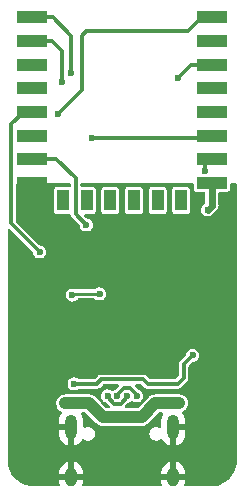
<source format=gbl>
%TF.GenerationSoftware,KiCad,Pcbnew,(6.0.4)*%
%TF.CreationDate,2023-01-26T18:28:49+01:00*%
%TF.ProjectId,hair-01,68616972-2d30-4312-9e6b-696361645f70,rev?*%
%TF.SameCoordinates,Original*%
%TF.FileFunction,Copper,L2,Bot*%
%TF.FilePolarity,Positive*%
%FSLAX46Y46*%
G04 Gerber Fmt 4.6, Leading zero omitted, Abs format (unit mm)*
G04 Created by KiCad (PCBNEW (6.0.4)) date 2023-01-26 18:28:49*
%MOMM*%
%LPD*%
G01*
G04 APERTURE LIST*
%TA.AperFunction,ComponentPad*%
%ADD10O,1.000000X1.600000*%
%TD*%
%TA.AperFunction,ComponentPad*%
%ADD11O,1.000000X2.100000*%
%TD*%
%TA.AperFunction,SMDPad,CuDef*%
%ADD12R,2.500000X1.000000*%
%TD*%
%TA.AperFunction,SMDPad,CuDef*%
%ADD13R,1.000000X1.800000*%
%TD*%
%TA.AperFunction,ViaPad*%
%ADD14C,0.600000*%
%TD*%
%TA.AperFunction,Conductor*%
%ADD15C,0.300000*%
%TD*%
%TA.AperFunction,Conductor*%
%ADD16C,0.600000*%
%TD*%
%TA.AperFunction,Conductor*%
%ADD17C,1.000000*%
%TD*%
%TA.AperFunction,Conductor*%
%ADD18C,0.250000*%
%TD*%
G04 APERTURE END LIST*
D10*
X152910000Y-117600000D03*
X144270000Y-117600000D03*
D11*
X144270000Y-113420000D03*
X152910000Y-113420000D03*
D12*
X156190000Y-78700000D03*
X156190000Y-80700000D03*
X156190000Y-82700000D03*
X156190000Y-84700000D03*
X156190000Y-86700000D03*
X156190000Y-88700000D03*
X156190000Y-90700000D03*
X156190000Y-92700000D03*
D13*
X153590000Y-94200000D03*
X151590000Y-94200000D03*
X149590000Y-94200000D03*
X147590000Y-94200000D03*
X145590000Y-94200000D03*
X143590000Y-94200000D03*
D12*
X140990000Y-92700000D03*
X140990000Y-90700000D03*
X140990000Y-88700000D03*
X140990000Y-86700000D03*
X140990000Y-84700000D03*
X140990000Y-82700000D03*
X140990000Y-80700000D03*
X140990000Y-78700000D03*
D14*
X155829000Y-94996000D03*
X144526000Y-109728000D03*
X154559000Y-107315000D03*
X147574000Y-106934000D03*
X148336000Y-96139000D03*
X147955000Y-103378000D03*
X145796000Y-107315000D03*
X153416000Y-106934000D03*
X149225000Y-103378000D03*
X152146000Y-108331000D03*
X147955000Y-104648000D03*
X157353000Y-93980000D03*
X148336000Y-100711000D03*
X154178000Y-98171000D03*
X151384000Y-107315000D03*
X155575000Y-107442000D03*
X155321000Y-103378000D03*
X141859000Y-95123000D03*
X155575000Y-112649000D03*
X155321000Y-101473000D03*
X157353000Y-97155000D03*
X149225000Y-104648000D03*
X144399000Y-111379000D03*
X143764000Y-111379000D03*
X153416000Y-111379000D03*
X152781000Y-111379000D03*
X147370800Y-110744000D03*
X148996400Y-110744000D03*
X148183600Y-110744000D03*
X149809200Y-110744000D03*
X141605000Y-98552000D03*
X146685000Y-102108000D03*
X144373600Y-102209600D03*
X143129000Y-86868000D03*
X155575000Y-91694000D03*
X153289000Y-83820000D03*
X145542000Y-96266000D03*
X146050000Y-88900000D03*
X143510000Y-84201000D03*
X144272000Y-83439000D03*
D15*
X150749000Y-109728000D02*
X153289000Y-109728000D01*
X146431000Y-109728000D02*
X146812000Y-109347000D01*
X153797000Y-108077000D02*
X154559000Y-107315000D01*
X144526000Y-109728000D02*
X146431000Y-109728000D01*
X153289000Y-109728000D02*
X153797000Y-109220000D01*
X150368000Y-109347000D02*
X150749000Y-109728000D01*
D16*
X156190000Y-94635000D02*
X155829000Y-94996000D01*
D15*
X153797000Y-109220000D02*
X153797000Y-108077000D01*
D16*
X156190000Y-92700000D02*
X156190000Y-94635000D01*
D15*
X146812000Y-109347000D02*
X150368000Y-109347000D01*
D17*
X143764000Y-111379000D02*
X145796000Y-111379000D01*
X150241000Y-112522000D02*
X151384000Y-111379000D01*
X146939000Y-112522000D02*
X150241000Y-112522000D01*
X145796000Y-111379000D02*
X146939000Y-112522000D01*
X151384000Y-111379000D02*
X153416000Y-111379000D01*
D15*
X147370800Y-110849748D02*
X147914563Y-111393511D01*
X148452637Y-111393511D02*
X148996400Y-110849748D01*
X147370800Y-110744000D02*
X147370800Y-110849748D01*
X148996400Y-110849748D02*
X148996400Y-110744000D01*
X147914563Y-111393511D02*
X148452637Y-111393511D01*
X149265437Y-110094489D02*
X148727363Y-110094489D01*
X149809200Y-110744000D02*
X149809200Y-110638252D01*
X148727363Y-110094489D02*
X148183600Y-110638252D01*
X148183600Y-110638252D02*
X148183600Y-110744000D01*
X149809200Y-110638252D02*
X149265437Y-110094489D01*
X140990000Y-86700000D02*
X140249000Y-86700000D01*
X139192000Y-96139000D02*
X141605000Y-98552000D01*
X139192000Y-87757000D02*
X139192000Y-96139000D01*
X140249000Y-86700000D02*
X139192000Y-87757000D01*
D18*
X146685000Y-102108000D02*
X144475200Y-102108000D01*
X144475200Y-102108000D02*
X144373600Y-102209600D01*
D15*
X143129000Y-86868000D02*
X145161000Y-84836000D01*
X145161000Y-80264000D02*
X145542000Y-79883000D01*
X145161000Y-84836000D02*
X145161000Y-80264000D01*
X154178000Y-79883000D02*
X155361000Y-78700000D01*
X155361000Y-78700000D02*
X156190000Y-78700000D01*
X145542000Y-79883000D02*
X154178000Y-79883000D01*
X155575000Y-91059000D02*
X155575000Y-91694000D01*
X155934000Y-90700000D02*
X155575000Y-91059000D01*
X156190000Y-90700000D02*
X155934000Y-90700000D01*
X153289000Y-83820000D02*
X154409000Y-82700000D01*
X154409000Y-82700000D02*
X156190000Y-82700000D01*
X145542000Y-96266000D02*
X144653000Y-95377000D01*
X144653000Y-92329000D02*
X143024000Y-90700000D01*
X143024000Y-90700000D02*
X140990000Y-90700000D01*
X144653000Y-95377000D02*
X144653000Y-92329000D01*
X146050000Y-88900000D02*
X155990000Y-88900000D01*
X155990000Y-88900000D02*
X156190000Y-88700000D01*
X140990000Y-80700000D02*
X142676000Y-80700000D01*
X142676000Y-80700000D02*
X143510000Y-81534000D01*
X143510000Y-81534000D02*
X143510000Y-84201000D01*
X142708000Y-78700000D02*
X140990000Y-78700000D01*
X144272000Y-80264000D02*
X144272000Y-83439000D01*
X144272000Y-80264000D02*
X142708000Y-78700000D01*
%TA.AperFunction,Conductor*%
G36*
X144190621Y-92730002D02*
G01*
X144237114Y-92783658D01*
X144248500Y-92836000D01*
X144248500Y-92920232D01*
X144228498Y-92988353D01*
X144174842Y-93034846D01*
X144115067Y-93044806D01*
X144115067Y-93045500D01*
X143590170Y-93045500D01*
X143064934Y-93045501D01*
X143029182Y-93052612D01*
X143002874Y-93057844D01*
X143002872Y-93057845D01*
X142990699Y-93060266D01*
X142980379Y-93067161D01*
X142980378Y-93067162D01*
X142931500Y-93099822D01*
X142906516Y-93116516D01*
X142850266Y-93200699D01*
X142835500Y-93274933D01*
X142835501Y-95125066D01*
X142850266Y-95199301D01*
X142857161Y-95209620D01*
X142857162Y-95209622D01*
X142866568Y-95223699D01*
X142906516Y-95283484D01*
X142990699Y-95339734D01*
X143064933Y-95354500D01*
X143589787Y-95354500D01*
X144115066Y-95354499D01*
X144117464Y-95354022D01*
X144185936Y-95367006D01*
X144237466Y-95415845D01*
X144246646Y-95441668D01*
X144248500Y-95441066D01*
X144255395Y-95462287D01*
X144260011Y-95481513D01*
X144263502Y-95503555D01*
X144273559Y-95523293D01*
X144273633Y-95523438D01*
X144281199Y-95541704D01*
X144288095Y-95562929D01*
X144293925Y-95570953D01*
X144301216Y-95580989D01*
X144311545Y-95597844D01*
X144321674Y-95617723D01*
X144344462Y-95640511D01*
X144344465Y-95640515D01*
X144954406Y-96250456D01*
X144988432Y-96312768D01*
X144990232Y-96323099D01*
X145001772Y-96410754D01*
X145057645Y-96545642D01*
X145146526Y-96661474D01*
X145153076Y-96666500D01*
X145153079Y-96666503D01*
X145255804Y-96745327D01*
X145262357Y-96750355D01*
X145397246Y-96806228D01*
X145542000Y-96825285D01*
X145550188Y-96824207D01*
X145678566Y-96807306D01*
X145686754Y-96806228D01*
X145821643Y-96750355D01*
X145828196Y-96745327D01*
X145930921Y-96666503D01*
X145930924Y-96666500D01*
X145937474Y-96661474D01*
X146026355Y-96545642D01*
X146082228Y-96410754D01*
X146101285Y-96266000D01*
X146082228Y-96121246D01*
X146026355Y-95986358D01*
X145937474Y-95870526D01*
X145930924Y-95865500D01*
X145930921Y-95865497D01*
X145828196Y-95786673D01*
X145828194Y-95786672D01*
X145821643Y-95781645D01*
X145686754Y-95725772D01*
X145599104Y-95714233D01*
X145534178Y-95685511D01*
X145526456Y-95678406D01*
X145417645Y-95569595D01*
X145383619Y-95507283D01*
X145388684Y-95436468D01*
X145431231Y-95379632D01*
X145497751Y-95354821D01*
X145506740Y-95354500D01*
X146096870Y-95354499D01*
X146115066Y-95354499D01*
X146150818Y-95347388D01*
X146177126Y-95342156D01*
X146177128Y-95342155D01*
X146189301Y-95339734D01*
X146199621Y-95332839D01*
X146199622Y-95332838D01*
X146263168Y-95290377D01*
X146273484Y-95283484D01*
X146315270Y-95220947D01*
X146322839Y-95209620D01*
X146329734Y-95199301D01*
X146344500Y-95125067D01*
X146344499Y-93274934D01*
X146344499Y-93274933D01*
X146835500Y-93274933D01*
X146835501Y-95125066D01*
X146850266Y-95199301D01*
X146857161Y-95209620D01*
X146857162Y-95209622D01*
X146866568Y-95223699D01*
X146906516Y-95283484D01*
X146990699Y-95339734D01*
X147064933Y-95354500D01*
X147589915Y-95354500D01*
X148115066Y-95354499D01*
X148150818Y-95347388D01*
X148177126Y-95342156D01*
X148177128Y-95342155D01*
X148189301Y-95339734D01*
X148199621Y-95332839D01*
X148199622Y-95332838D01*
X148263168Y-95290377D01*
X148273484Y-95283484D01*
X148315270Y-95220947D01*
X148322839Y-95209620D01*
X148329734Y-95199301D01*
X148344500Y-95125067D01*
X148344499Y-93274934D01*
X148344499Y-93274933D01*
X148835500Y-93274933D01*
X148835501Y-95125066D01*
X148850266Y-95199301D01*
X148857161Y-95209620D01*
X148857162Y-95209622D01*
X148866568Y-95223699D01*
X148906516Y-95283484D01*
X148990699Y-95339734D01*
X149064933Y-95354500D01*
X149589915Y-95354500D01*
X150115066Y-95354499D01*
X150150818Y-95347388D01*
X150177126Y-95342156D01*
X150177128Y-95342155D01*
X150189301Y-95339734D01*
X150199621Y-95332839D01*
X150199622Y-95332838D01*
X150263168Y-95290377D01*
X150273484Y-95283484D01*
X150315270Y-95220947D01*
X150322839Y-95209620D01*
X150329734Y-95199301D01*
X150344500Y-95125067D01*
X150344499Y-93274934D01*
X150344499Y-93274933D01*
X150835500Y-93274933D01*
X150835501Y-95125066D01*
X150850266Y-95199301D01*
X150857161Y-95209620D01*
X150857162Y-95209622D01*
X150866568Y-95223699D01*
X150906516Y-95283484D01*
X150990699Y-95339734D01*
X151064933Y-95354500D01*
X151589915Y-95354500D01*
X152115066Y-95354499D01*
X152150818Y-95347388D01*
X152177126Y-95342156D01*
X152177128Y-95342155D01*
X152189301Y-95339734D01*
X152199621Y-95332839D01*
X152199622Y-95332838D01*
X152263168Y-95290377D01*
X152273484Y-95283484D01*
X152315270Y-95220947D01*
X152322839Y-95209620D01*
X152329734Y-95199301D01*
X152344500Y-95125067D01*
X152344499Y-93274934D01*
X152344499Y-93274933D01*
X152835500Y-93274933D01*
X152835501Y-95125066D01*
X152850266Y-95199301D01*
X152857161Y-95209620D01*
X152857162Y-95209622D01*
X152866568Y-95223699D01*
X152906516Y-95283484D01*
X152990699Y-95339734D01*
X153064933Y-95354500D01*
X153589915Y-95354500D01*
X154115066Y-95354499D01*
X154150818Y-95347388D01*
X154177126Y-95342156D01*
X154177128Y-95342155D01*
X154189301Y-95339734D01*
X154199621Y-95332839D01*
X154199622Y-95332838D01*
X154263168Y-95290377D01*
X154273484Y-95283484D01*
X154315270Y-95220947D01*
X154322839Y-95209620D01*
X154329734Y-95199301D01*
X154344500Y-95125067D01*
X154344499Y-93274934D01*
X154334581Y-93225067D01*
X154332156Y-93212874D01*
X154332155Y-93212872D01*
X154329734Y-93200699D01*
X154273484Y-93116516D01*
X154189301Y-93060266D01*
X154115067Y-93045500D01*
X153590085Y-93045500D01*
X153064934Y-93045501D01*
X153029182Y-93052612D01*
X153002874Y-93057844D01*
X153002872Y-93057845D01*
X152990699Y-93060266D01*
X152980379Y-93067161D01*
X152980378Y-93067162D01*
X152931500Y-93099822D01*
X152906516Y-93116516D01*
X152850266Y-93200699D01*
X152835500Y-93274933D01*
X152344499Y-93274933D01*
X152334581Y-93225067D01*
X152332156Y-93212874D01*
X152332155Y-93212872D01*
X152329734Y-93200699D01*
X152273484Y-93116516D01*
X152189301Y-93060266D01*
X152115067Y-93045500D01*
X151590085Y-93045500D01*
X151064934Y-93045501D01*
X151029182Y-93052612D01*
X151002874Y-93057844D01*
X151002872Y-93057845D01*
X150990699Y-93060266D01*
X150980379Y-93067161D01*
X150980378Y-93067162D01*
X150931500Y-93099822D01*
X150906516Y-93116516D01*
X150850266Y-93200699D01*
X150835500Y-93274933D01*
X150344499Y-93274933D01*
X150334581Y-93225067D01*
X150332156Y-93212874D01*
X150332155Y-93212872D01*
X150329734Y-93200699D01*
X150273484Y-93116516D01*
X150189301Y-93060266D01*
X150115067Y-93045500D01*
X149590085Y-93045500D01*
X149064934Y-93045501D01*
X149029182Y-93052612D01*
X149002874Y-93057844D01*
X149002872Y-93057845D01*
X148990699Y-93060266D01*
X148980379Y-93067161D01*
X148980378Y-93067162D01*
X148931500Y-93099822D01*
X148906516Y-93116516D01*
X148850266Y-93200699D01*
X148835500Y-93274933D01*
X148344499Y-93274933D01*
X148334581Y-93225067D01*
X148332156Y-93212874D01*
X148332155Y-93212872D01*
X148329734Y-93200699D01*
X148273484Y-93116516D01*
X148189301Y-93060266D01*
X148115067Y-93045500D01*
X147590085Y-93045500D01*
X147064934Y-93045501D01*
X147029182Y-93052612D01*
X147002874Y-93057844D01*
X147002872Y-93057845D01*
X146990699Y-93060266D01*
X146980379Y-93067161D01*
X146980378Y-93067162D01*
X146931500Y-93099822D01*
X146906516Y-93116516D01*
X146850266Y-93200699D01*
X146835500Y-93274933D01*
X146344499Y-93274933D01*
X146334581Y-93225067D01*
X146332156Y-93212874D01*
X146332155Y-93212872D01*
X146329734Y-93200699D01*
X146273484Y-93116516D01*
X146189301Y-93060266D01*
X146115067Y-93045500D01*
X146062987Y-93045500D01*
X145183500Y-93045501D01*
X145115379Y-93025499D01*
X145068886Y-92971843D01*
X145057500Y-92919501D01*
X145057500Y-92836000D01*
X145077502Y-92767879D01*
X145131158Y-92721386D01*
X145183500Y-92710000D01*
X154559501Y-92710000D01*
X154627622Y-92730002D01*
X154674115Y-92783658D01*
X154685501Y-92835998D01*
X154685501Y-93225066D01*
X154692612Y-93260818D01*
X154695420Y-93274934D01*
X154700266Y-93299301D01*
X154756516Y-93383484D01*
X154840699Y-93439734D01*
X154914933Y-93454500D01*
X155509500Y-93454500D01*
X155577621Y-93474502D01*
X155624114Y-93528158D01*
X155635500Y-93580500D01*
X155635500Y-94353129D01*
X155615498Y-94421250D01*
X155598595Y-94442224D01*
X155468451Y-94572368D01*
X155456060Y-94583235D01*
X155433526Y-94600526D01*
X155411920Y-94628684D01*
X155410951Y-94629868D01*
X155409999Y-94630820D01*
X155407793Y-94633727D01*
X155384431Y-94664505D01*
X155384030Y-94665030D01*
X155347700Y-94712376D01*
X155347699Y-94712379D01*
X155344645Y-94716358D01*
X155344132Y-94717596D01*
X155341370Y-94721235D01*
X155338207Y-94729224D01*
X155314584Y-94788890D01*
X155313867Y-94790661D01*
X155288772Y-94851246D01*
X155288212Y-94855498D01*
X155285444Y-94862490D01*
X155281314Y-94901781D01*
X155278298Y-94930479D01*
X155277912Y-94933738D01*
X155269715Y-94996000D01*
X155270459Y-95001648D01*
X155270393Y-95002898D01*
X155270460Y-95005043D01*
X155269563Y-95013581D01*
X155270995Y-95022047D01*
X155270995Y-95022049D01*
X155280309Y-95077117D01*
X155280994Y-95081679D01*
X155288772Y-95140754D01*
X155291786Y-95148030D01*
X155292872Y-95153012D01*
X155293467Y-95154909D01*
X155294899Y-95163377D01*
X155298557Y-95171150D01*
X155320729Y-95218268D01*
X155323128Y-95223695D01*
X155344645Y-95275642D01*
X155349674Y-95282196D01*
X155353191Y-95288289D01*
X155354712Y-95291199D01*
X155355929Y-95293072D01*
X155359585Y-95300842D01*
X155365194Y-95307341D01*
X155365196Y-95307343D01*
X155396808Y-95343966D01*
X155401386Y-95349589D01*
X155433526Y-95391474D01*
X155440077Y-95396501D01*
X155445916Y-95402340D01*
X155445713Y-95402543D01*
X155448337Y-95405020D01*
X155453242Y-95409344D01*
X155458855Y-95415847D01*
X155466007Y-95420599D01*
X155503250Y-95445344D01*
X155510211Y-95450317D01*
X155549357Y-95480355D01*
X155556989Y-95483516D01*
X155560819Y-95485727D01*
X155577057Y-95494380D01*
X155585395Y-95499920D01*
X155608056Y-95507283D01*
X155632624Y-95515266D01*
X155641903Y-95518690D01*
X155674695Y-95532272D01*
X155684246Y-95536228D01*
X155694448Y-95537571D01*
X155716930Y-95542659D01*
X155721711Y-95544212D01*
X155729883Y-95546867D01*
X155738461Y-95547226D01*
X155738464Y-95547227D01*
X155764717Y-95548327D01*
X155775883Y-95548794D01*
X155787046Y-95549761D01*
X155829000Y-95555285D01*
X155842757Y-95553474D01*
X155864476Y-95552507D01*
X155881674Y-95553228D01*
X155896453Y-95549762D01*
X155922969Y-95543543D01*
X155935289Y-95541292D01*
X155973754Y-95536228D01*
X155981380Y-95533069D01*
X155981385Y-95533068D01*
X155989871Y-95529553D01*
X156009310Y-95523293D01*
X156021214Y-95520501D01*
X156021221Y-95520498D01*
X156029583Y-95518537D01*
X156063597Y-95499838D01*
X156076078Y-95493844D01*
X156076276Y-95493762D01*
X156108643Y-95480355D01*
X156125310Y-95467566D01*
X156141311Y-95457115D01*
X156146235Y-95454408D01*
X156162715Y-95445348D01*
X156168524Y-95440333D01*
X156169140Y-95439802D01*
X156169147Y-95439796D01*
X156170891Y-95438290D01*
X156189545Y-95419636D01*
X156201935Y-95408769D01*
X156217923Y-95396501D01*
X156217924Y-95396500D01*
X156224474Y-95391474D01*
X156229500Y-95384924D01*
X156229503Y-95384921D01*
X156241765Y-95368940D01*
X156252632Y-95356549D01*
X156571413Y-95037768D01*
X156575221Y-95034115D01*
X156614948Y-94997584D01*
X156614949Y-94997583D01*
X156621266Y-94991774D01*
X156644381Y-94954494D01*
X156651104Y-94944712D01*
X156672438Y-94916605D01*
X156677630Y-94909765D01*
X156683237Y-94895604D01*
X156693300Y-94875598D01*
X156696794Y-94869963D01*
X156696798Y-94869954D01*
X156701323Y-94862656D01*
X156713565Y-94820520D01*
X156717409Y-94809293D01*
X156725117Y-94789824D01*
X156733556Y-94768510D01*
X156735148Y-94753367D01*
X156739459Y-94731394D01*
X156741867Y-94723104D01*
X156743709Y-94716765D01*
X156744500Y-94705993D01*
X156744500Y-94670995D01*
X156745190Y-94657824D01*
X156748539Y-94625963D01*
X156749437Y-94617419D01*
X156746263Y-94598654D01*
X156744500Y-94577652D01*
X156744500Y-93580499D01*
X156764502Y-93512378D01*
X156818158Y-93465885D01*
X156870500Y-93454499D01*
X157465066Y-93454499D01*
X157500818Y-93447388D01*
X157527126Y-93442156D01*
X157527128Y-93442155D01*
X157539301Y-93439734D01*
X157549621Y-93432839D01*
X157549622Y-93432838D01*
X157613168Y-93390377D01*
X157623484Y-93383484D01*
X157679734Y-93299301D01*
X157694500Y-93225067D01*
X157694500Y-92836000D01*
X157714502Y-92767879D01*
X157768158Y-92721386D01*
X157820500Y-92710000D01*
X158163500Y-92710000D01*
X158231621Y-92730002D01*
X158278114Y-92783658D01*
X158289500Y-92836000D01*
X158289500Y-116162683D01*
X158287586Y-116184563D01*
X158284864Y-116200000D01*
X158286778Y-116210854D01*
X158286778Y-116221881D01*
X158286701Y-116221881D01*
X158287418Y-116234422D01*
X158273923Y-116457513D01*
X158272089Y-116472617D01*
X158232991Y-116685976D01*
X158226962Y-116718874D01*
X158223322Y-116733642D01*
X158155837Y-116950209D01*
X158148836Y-116972675D01*
X158143441Y-116986900D01*
X158040687Y-117215213D01*
X158033617Y-117228683D01*
X157904097Y-117442934D01*
X157895454Y-117455456D01*
X157741045Y-117652544D01*
X157730955Y-117663932D01*
X157553932Y-117840955D01*
X157542544Y-117851045D01*
X157403169Y-117960239D01*
X157345456Y-118005454D01*
X157332935Y-118014096D01*
X157118683Y-118143617D01*
X157105213Y-118150687D01*
X156876900Y-118253441D01*
X156862676Y-118258836D01*
X156623642Y-118333322D01*
X156608881Y-118336960D01*
X156438993Y-118368093D01*
X156362617Y-118382089D01*
X156347513Y-118383923D01*
X156169014Y-118394721D01*
X156124422Y-118397418D01*
X156111881Y-118396701D01*
X156111881Y-118396778D01*
X156100854Y-118396778D01*
X156090000Y-118394864D01*
X156079145Y-118396778D01*
X156074563Y-118397586D01*
X156052683Y-118399500D01*
X153981252Y-118399500D01*
X153913131Y-118379498D01*
X153866638Y-118325842D01*
X153856534Y-118255568D01*
X153861150Y-118235401D01*
X153898881Y-118116459D01*
X153901430Y-118104468D01*
X153917607Y-117960239D01*
X153918000Y-117953215D01*
X153918000Y-117872115D01*
X153913525Y-117856876D01*
X153912135Y-117855671D01*
X153904452Y-117854000D01*
X151920115Y-117854000D01*
X151904876Y-117858475D01*
X151903671Y-117859865D01*
X151902000Y-117867548D01*
X151902000Y-117946657D01*
X151902301Y-117952805D01*
X151915812Y-118090603D01*
X151918194Y-118102635D01*
X151958787Y-118237081D01*
X151959328Y-118308076D01*
X151921401Y-118368093D01*
X151857047Y-118398077D01*
X151838165Y-118399500D01*
X145341252Y-118399500D01*
X145273131Y-118379498D01*
X145226638Y-118325842D01*
X145216534Y-118255568D01*
X145221150Y-118235401D01*
X145258881Y-118116459D01*
X145261430Y-118104468D01*
X145277607Y-117960239D01*
X145278000Y-117953215D01*
X145278000Y-117872115D01*
X145273525Y-117856876D01*
X145272135Y-117855671D01*
X145264452Y-117854000D01*
X143280115Y-117854000D01*
X143264876Y-117858475D01*
X143263671Y-117859865D01*
X143262000Y-117867548D01*
X143262000Y-117946657D01*
X143262301Y-117952805D01*
X143275812Y-118090603D01*
X143278194Y-118102635D01*
X143318787Y-118237081D01*
X143319328Y-118308076D01*
X143281401Y-118368093D01*
X143217047Y-118398077D01*
X143198165Y-118399500D01*
X141129444Y-118399500D01*
X141106338Y-118397363D01*
X141103860Y-118396901D01*
X141093021Y-118394879D01*
X141082147Y-118396685D01*
X141071123Y-118396576D01*
X141071124Y-118396500D01*
X141058583Y-118397091D01*
X140832599Y-118381175D01*
X140817513Y-118379191D01*
X140568738Y-118331051D01*
X140554002Y-118327264D01*
X140312839Y-118249487D01*
X140298666Y-118243951D01*
X140167551Y-118183373D01*
X140068631Y-118137669D01*
X140055232Y-118130467D01*
X140010206Y-118102635D01*
X139866968Y-118014097D01*
X139839689Y-117997235D01*
X139827253Y-117988468D01*
X139666410Y-117859865D01*
X139629333Y-117830220D01*
X139618057Y-117820029D01*
X139440659Y-117639084D01*
X139430684Y-117627598D01*
X139276390Y-117426588D01*
X139267872Y-117413981D01*
X139216982Y-117327885D01*
X143262000Y-117327885D01*
X143266475Y-117343124D01*
X143267865Y-117344329D01*
X143275548Y-117346000D01*
X143997885Y-117346000D01*
X144013124Y-117341525D01*
X144014329Y-117340135D01*
X144016000Y-117332452D01*
X144016000Y-117327885D01*
X144524000Y-117327885D01*
X144528475Y-117343124D01*
X144529865Y-117344329D01*
X144537548Y-117346000D01*
X145259885Y-117346000D01*
X145275124Y-117341525D01*
X145276329Y-117340135D01*
X145278000Y-117332452D01*
X145278000Y-117327885D01*
X151902000Y-117327885D01*
X151906475Y-117343124D01*
X151907865Y-117344329D01*
X151915548Y-117346000D01*
X152637885Y-117346000D01*
X152653124Y-117341525D01*
X152654329Y-117340135D01*
X152656000Y-117332452D01*
X152656000Y-117327885D01*
X153164000Y-117327885D01*
X153168475Y-117343124D01*
X153169865Y-117344329D01*
X153177548Y-117346000D01*
X153899885Y-117346000D01*
X153915124Y-117341525D01*
X153916329Y-117340135D01*
X153918000Y-117332452D01*
X153918000Y-117253343D01*
X153917699Y-117247195D01*
X153904188Y-117109397D01*
X153901805Y-117097362D01*
X153848233Y-116919924D01*
X153843559Y-116908584D01*
X153756540Y-116744923D01*
X153749751Y-116734706D01*
X153632603Y-116591067D01*
X153623959Y-116582363D01*
X153481144Y-116464216D01*
X153470973Y-116457356D01*
X153307924Y-116369196D01*
X153296619Y-116364444D01*
X153181308Y-116328750D01*
X153167205Y-116328544D01*
X153164000Y-116335299D01*
X153164000Y-117327885D01*
X152656000Y-117327885D01*
X152656000Y-116342076D01*
X152652027Y-116328545D01*
X152644232Y-116327425D01*
X152536479Y-116359138D01*
X152525111Y-116363731D01*
X152360846Y-116449607D01*
X152350585Y-116456321D01*
X152206127Y-116572468D01*
X152197368Y-116581046D01*
X152078222Y-116723039D01*
X152071292Y-116733159D01*
X151981998Y-116895585D01*
X151977166Y-116906858D01*
X151921120Y-117083538D01*
X151918570Y-117095532D01*
X151902393Y-117239761D01*
X151902000Y-117246785D01*
X151902000Y-117327885D01*
X145278000Y-117327885D01*
X145278000Y-117253343D01*
X145277699Y-117247195D01*
X145264188Y-117109397D01*
X145261805Y-117097362D01*
X145208233Y-116919924D01*
X145203559Y-116908584D01*
X145116540Y-116744923D01*
X145109751Y-116734706D01*
X144992603Y-116591067D01*
X144983959Y-116582363D01*
X144841144Y-116464216D01*
X144830973Y-116457356D01*
X144667924Y-116369196D01*
X144656619Y-116364444D01*
X144541308Y-116328750D01*
X144527205Y-116328544D01*
X144524000Y-116335299D01*
X144524000Y-117327885D01*
X144016000Y-117327885D01*
X144016000Y-116342076D01*
X144012027Y-116328545D01*
X144004232Y-116327425D01*
X143896479Y-116359138D01*
X143885111Y-116363731D01*
X143720846Y-116449607D01*
X143710585Y-116456321D01*
X143566127Y-116572468D01*
X143557368Y-116581046D01*
X143438222Y-116723039D01*
X143431292Y-116733159D01*
X143341998Y-116895585D01*
X143337166Y-116906858D01*
X143281120Y-117083538D01*
X143278570Y-117095532D01*
X143262393Y-117239761D01*
X143262000Y-117246785D01*
X143262000Y-117327885D01*
X139216982Y-117327885D01*
X139138933Y-117195841D01*
X139131995Y-117182299D01*
X139107502Y-117126404D01*
X139030290Y-116950205D01*
X139025037Y-116935930D01*
X138991416Y-116824152D01*
X138952048Y-116693268D01*
X138948555Y-116678466D01*
X138933432Y-116591067D01*
X138905349Y-116428778D01*
X138903665Y-116413656D01*
X138892227Y-116187412D01*
X138893067Y-116174883D01*
X138892990Y-116174882D01*
X138893099Y-116163859D01*
X138895121Y-116153021D01*
X138892204Y-116135463D01*
X138890500Y-116114813D01*
X138890500Y-114016657D01*
X143262000Y-114016657D01*
X143262301Y-114022805D01*
X143275812Y-114160603D01*
X143278195Y-114172638D01*
X143331767Y-114350076D01*
X143336441Y-114361416D01*
X143423460Y-114525077D01*
X143430249Y-114535294D01*
X143547397Y-114678933D01*
X143556041Y-114687637D01*
X143698856Y-114805784D01*
X143709027Y-114812644D01*
X143872076Y-114900804D01*
X143883381Y-114905556D01*
X143998692Y-114941250D01*
X144012795Y-114941456D01*
X144016000Y-114934701D01*
X144016000Y-113692115D01*
X144011525Y-113676876D01*
X144010135Y-113675671D01*
X144002452Y-113674000D01*
X143280115Y-113674000D01*
X143264876Y-113678475D01*
X143263671Y-113679865D01*
X143262000Y-113687548D01*
X143262000Y-114016657D01*
X138890500Y-114016657D01*
X138890500Y-111420080D01*
X143005476Y-111420080D01*
X143006716Y-111427296D01*
X143006716Y-111427298D01*
X143034031Y-111586262D01*
X143035271Y-111593477D01*
X143104156Y-111755368D01*
X143208437Y-111897071D01*
X143342520Y-112010982D01*
X143389875Y-112035163D01*
X143434250Y-112057822D01*
X143485823Y-112106616D01*
X143502829Y-112175545D01*
X143479869Y-112242727D01*
X143473471Y-112251030D01*
X143438222Y-112293039D01*
X143431292Y-112303159D01*
X143341998Y-112465585D01*
X143337166Y-112476858D01*
X143281120Y-112653538D01*
X143278570Y-112665532D01*
X143262393Y-112809761D01*
X143262000Y-112816785D01*
X143262000Y-113147885D01*
X143266475Y-113163124D01*
X143267865Y-113164329D01*
X143275548Y-113166000D01*
X144398000Y-113166000D01*
X144466121Y-113186002D01*
X144512614Y-113239658D01*
X144524000Y-113292000D01*
X144524000Y-114927924D01*
X144527973Y-114941455D01*
X144535768Y-114942575D01*
X144643521Y-114910862D01*
X144654889Y-114906269D01*
X144819154Y-114820393D01*
X144829415Y-114813679D01*
X144973873Y-114697532D01*
X144982632Y-114688954D01*
X145101778Y-114546961D01*
X145108702Y-114536848D01*
X145157915Y-114447331D01*
X145208261Y-114397272D01*
X145277678Y-114382379D01*
X145345033Y-114408069D01*
X145401195Y-114451163D01*
X145401199Y-114451166D01*
X145407750Y-114456192D01*
X145548720Y-114514584D01*
X145556908Y-114515662D01*
X145628363Y-114525069D01*
X145662020Y-114529500D01*
X145737980Y-114529500D01*
X145771638Y-114525069D01*
X145843092Y-114515662D01*
X145851280Y-114514584D01*
X145992250Y-114456192D01*
X146113304Y-114363304D01*
X146206192Y-114242250D01*
X146264584Y-114101280D01*
X146284500Y-113950000D01*
X146264584Y-113798720D01*
X146206192Y-113657750D01*
X146113304Y-113536696D01*
X145992250Y-113443808D01*
X145851280Y-113385416D01*
X145843092Y-113384338D01*
X145742067Y-113371038D01*
X145742066Y-113371038D01*
X145737980Y-113370500D01*
X145662020Y-113370500D01*
X145657934Y-113371038D01*
X145657933Y-113371038D01*
X145556908Y-113384338D01*
X145548720Y-113385416D01*
X145452217Y-113425389D01*
X145381629Y-113432978D01*
X145318142Y-113401199D01*
X145281914Y-113340141D01*
X145278000Y-113308980D01*
X145278000Y-112823343D01*
X145277699Y-112817195D01*
X145264188Y-112679397D01*
X145261805Y-112667362D01*
X145208233Y-112489924D01*
X145203559Y-112478584D01*
X145118523Y-112318653D01*
X145104204Y-112249116D01*
X145129752Y-112182875D01*
X145187057Y-112140962D01*
X145229775Y-112133500D01*
X145431284Y-112133500D01*
X145499405Y-112153502D01*
X145520379Y-112170404D01*
X146358279Y-113008303D01*
X146370666Y-113022717D01*
X146383437Y-113040071D01*
X146389020Y-113044814D01*
X146423479Y-113074089D01*
X146430995Y-113081019D01*
X146436638Y-113086662D01*
X146458822Y-113104214D01*
X146462196Y-113106981D01*
X146517520Y-113153982D01*
X146524036Y-113157309D01*
X146529009Y-113160626D01*
X146534090Y-113163764D01*
X146539832Y-113168307D01*
X146605657Y-113199071D01*
X146609557Y-113200979D01*
X146667688Y-113230663D01*
X146667698Y-113230667D01*
X146674212Y-113233993D01*
X146681320Y-113235732D01*
X146686951Y-113237826D01*
X146692593Y-113239703D01*
X146699221Y-113242801D01*
X146706383Y-113244291D01*
X146706384Y-113244291D01*
X146770314Y-113257588D01*
X146774603Y-113258559D01*
X146808732Y-113266910D01*
X146845108Y-113275811D01*
X146850710Y-113276159D01*
X146850713Y-113276159D01*
X146856214Y-113276500D01*
X146856212Y-113276534D01*
X146860271Y-113276777D01*
X146864305Y-113277137D01*
X146871473Y-113278628D01*
X146878790Y-113278430D01*
X146948415Y-113276546D01*
X146951823Y-113276500D01*
X150174235Y-113276500D01*
X150193185Y-113277933D01*
X150207255Y-113280074D01*
X150207259Y-113280074D01*
X150214489Y-113281174D01*
X150221780Y-113280581D01*
X150221783Y-113280581D01*
X150266848Y-113276915D01*
X150277063Y-113276500D01*
X150285053Y-113276500D01*
X150292302Y-113275655D01*
X150313113Y-113273229D01*
X150317487Y-113272796D01*
X150382549Y-113267504D01*
X150382552Y-113267503D01*
X150389847Y-113266910D01*
X150396809Y-113264655D01*
X150402677Y-113263482D01*
X150408484Y-113262110D01*
X150415754Y-113261262D01*
X150484060Y-113236468D01*
X150488163Y-113235060D01*
X150557222Y-113212688D01*
X150563479Y-113208891D01*
X150568926Y-113206398D01*
X150574254Y-113203730D01*
X150581134Y-113201232D01*
X150641849Y-113161426D01*
X150645559Y-113159085D01*
X150702838Y-113124327D01*
X150702840Y-113124325D01*
X150707633Y-113121417D01*
X150715974Y-113114051D01*
X150715996Y-113114076D01*
X150719041Y-113111376D01*
X150722146Y-113108780D01*
X150728268Y-113104766D01*
X150781199Y-113048891D01*
X150783575Y-113046450D01*
X151659619Y-112170405D01*
X151721932Y-112136380D01*
X151748715Y-112133500D01*
X151951510Y-112133500D01*
X152019631Y-112153502D01*
X152066124Y-112207158D01*
X152076228Y-112277432D01*
X152061924Y-112320201D01*
X151981998Y-112465585D01*
X151977166Y-112476858D01*
X151921120Y-112653538D01*
X151918570Y-112665532D01*
X151902393Y-112809761D01*
X151902000Y-112816785D01*
X151902000Y-113308980D01*
X151881998Y-113377101D01*
X151828342Y-113423594D01*
X151758068Y-113433698D01*
X151727786Y-113425390D01*
X151631280Y-113385416D01*
X151623092Y-113384338D01*
X151522067Y-113371038D01*
X151522066Y-113371038D01*
X151517980Y-113370500D01*
X151442020Y-113370500D01*
X151437934Y-113371038D01*
X151437933Y-113371038D01*
X151336908Y-113384338D01*
X151328720Y-113385416D01*
X151187750Y-113443808D01*
X151066696Y-113536696D01*
X150973808Y-113657750D01*
X150915416Y-113798720D01*
X150895500Y-113950000D01*
X150915416Y-114101280D01*
X150973808Y-114242250D01*
X151066696Y-114363304D01*
X151187750Y-114456192D01*
X151328720Y-114514584D01*
X151336908Y-114515662D01*
X151408363Y-114525069D01*
X151442020Y-114529500D01*
X151517980Y-114529500D01*
X151551638Y-114525069D01*
X151623092Y-114515662D01*
X151631280Y-114514584D01*
X151772250Y-114456192D01*
X151778804Y-114451163D01*
X151778806Y-114451162D01*
X151834982Y-114408057D01*
X151901202Y-114382456D01*
X151970751Y-114396721D01*
X152022937Y-114448866D01*
X152063455Y-114525069D01*
X152070249Y-114535294D01*
X152187397Y-114678933D01*
X152196041Y-114687637D01*
X152338856Y-114805784D01*
X152349027Y-114812644D01*
X152512076Y-114900804D01*
X152523381Y-114905556D01*
X152638692Y-114941250D01*
X152652795Y-114941456D01*
X152656000Y-114934701D01*
X152656000Y-114927924D01*
X153164000Y-114927924D01*
X153167973Y-114941455D01*
X153175768Y-114942575D01*
X153283521Y-114910862D01*
X153294889Y-114906269D01*
X153459154Y-114820393D01*
X153469415Y-114813679D01*
X153613873Y-114697532D01*
X153622632Y-114688954D01*
X153741778Y-114546961D01*
X153748708Y-114536841D01*
X153838002Y-114374415D01*
X153842834Y-114363142D01*
X153898880Y-114186462D01*
X153901430Y-114174468D01*
X153917607Y-114030239D01*
X153918000Y-114023215D01*
X153918000Y-113692115D01*
X153913525Y-113676876D01*
X153912135Y-113675671D01*
X153904452Y-113674000D01*
X153182115Y-113674000D01*
X153166876Y-113678475D01*
X153165671Y-113679865D01*
X153164000Y-113687548D01*
X153164000Y-114927924D01*
X152656000Y-114927924D01*
X152656000Y-113292000D01*
X152676002Y-113223879D01*
X152729658Y-113177386D01*
X152782000Y-113166000D01*
X153899885Y-113166000D01*
X153915124Y-113161525D01*
X153916329Y-113160135D01*
X153918000Y-113152452D01*
X153918000Y-112823343D01*
X153917699Y-112817195D01*
X153904188Y-112679397D01*
X153901805Y-112667362D01*
X153848233Y-112489924D01*
X153843559Y-112478584D01*
X153756540Y-112314923D01*
X153749752Y-112304706D01*
X153707727Y-112253178D01*
X153680174Y-112187746D01*
X153692370Y-112117805D01*
X153740443Y-112065560D01*
X153748954Y-112060879D01*
X153749250Y-112060731D01*
X153756134Y-112058232D01*
X153903268Y-111961766D01*
X154024264Y-111834040D01*
X154112632Y-111681904D01*
X154163630Y-111513520D01*
X154174524Y-111337920D01*
X154169217Y-111307031D01*
X154145969Y-111171738D01*
X154145968Y-111171736D01*
X154144729Y-111164523D01*
X154075844Y-111002632D01*
X153971563Y-110860929D01*
X153837480Y-110747018D01*
X153749214Y-110701947D01*
X153687305Y-110670334D01*
X153687300Y-110670332D01*
X153680788Y-110667007D01*
X153673682Y-110665268D01*
X153673679Y-110665267D01*
X153584375Y-110643415D01*
X153509892Y-110625189D01*
X153504290Y-110624841D01*
X153504287Y-110624841D01*
X153500725Y-110624620D01*
X153500716Y-110624620D01*
X153498786Y-110624500D01*
X151450766Y-110624500D01*
X151431816Y-110623067D01*
X151417746Y-110620926D01*
X151417740Y-110620926D01*
X151410511Y-110619826D01*
X151403220Y-110620419D01*
X151403217Y-110620419D01*
X151358152Y-110624085D01*
X151347937Y-110624500D01*
X151339947Y-110624500D01*
X151334038Y-110625189D01*
X151311887Y-110627771D01*
X151307513Y-110628204D01*
X151242451Y-110633496D01*
X151242448Y-110633497D01*
X151235153Y-110634090D01*
X151228191Y-110636345D01*
X151222323Y-110637518D01*
X151216516Y-110638890D01*
X151209246Y-110639738D01*
X151140940Y-110664532D01*
X151136837Y-110665940D01*
X151067778Y-110688312D01*
X151061516Y-110692112D01*
X151056059Y-110694610D01*
X151050744Y-110697271D01*
X151043866Y-110699768D01*
X151037752Y-110703776D01*
X151037745Y-110703780D01*
X150983124Y-110739592D01*
X150979404Y-110741939D01*
X150963225Y-110751757D01*
X150917367Y-110779584D01*
X150909026Y-110786949D01*
X150909004Y-110786924D01*
X150905956Y-110789626D01*
X150902851Y-110792222D01*
X150896732Y-110796234D01*
X150891699Y-110801546D01*
X150891700Y-110801546D01*
X150843802Y-110852108D01*
X150841424Y-110854550D01*
X150403726Y-111292248D01*
X150375990Y-111307394D01*
X150370117Y-111323730D01*
X150357453Y-111338522D01*
X149965381Y-111730595D01*
X149903068Y-111764620D01*
X149876285Y-111767500D01*
X148954888Y-111767500D01*
X148886767Y-111747498D01*
X148840274Y-111693842D01*
X148830170Y-111623568D01*
X148859664Y-111558988D01*
X148865793Y-111552405D01*
X149111167Y-111307031D01*
X149152044Y-111279717D01*
X149276043Y-111228355D01*
X149326098Y-111189946D01*
X149392316Y-111164347D01*
X149461865Y-111178612D01*
X149479499Y-111189944D01*
X149529557Y-111228355D01*
X149586122Y-111251785D01*
X149653556Y-111279717D01*
X149664446Y-111284228D01*
X149809200Y-111303285D01*
X149817388Y-111302207D01*
X149945766Y-111285306D01*
X149953954Y-111284228D01*
X149964845Y-111279717D01*
X150032278Y-111251785D01*
X150088843Y-111228355D01*
X150191655Y-111149464D01*
X150203590Y-111144850D01*
X150204043Y-111142768D01*
X150214669Y-111126449D01*
X150288525Y-111030198D01*
X150288527Y-111030195D01*
X150293555Y-111023642D01*
X150349428Y-110888754D01*
X150354253Y-110852108D01*
X150367407Y-110752188D01*
X150368485Y-110744000D01*
X150362826Y-110701018D01*
X150350506Y-110607432D01*
X150350505Y-110607430D01*
X150349428Y-110599246D01*
X150293555Y-110464358D01*
X150204674Y-110348526D01*
X150198124Y-110343500D01*
X150198121Y-110343497D01*
X150095396Y-110264673D01*
X150095393Y-110264671D01*
X150088843Y-110259645D01*
X149964843Y-110208282D01*
X149923967Y-110180969D01*
X149709593Y-109966595D01*
X149675567Y-109904283D01*
X149680632Y-109833468D01*
X149723179Y-109776632D01*
X149789699Y-109751821D01*
X149798688Y-109751500D01*
X150148259Y-109751500D01*
X150216380Y-109771502D01*
X150237354Y-109788404D01*
X150329331Y-109880380D01*
X150508277Y-110059326D01*
X150528164Y-110069459D01*
X150545022Y-110079791D01*
X150563071Y-110092904D01*
X150572506Y-110095969D01*
X150572507Y-110095970D01*
X150584296Y-110099801D01*
X150602560Y-110107366D01*
X150622445Y-110117498D01*
X150643969Y-110120907D01*
X150644493Y-110120990D01*
X150663718Y-110125606D01*
X150672635Y-110128503D01*
X150684934Y-110132499D01*
X150717162Y-110132499D01*
X150717166Y-110132500D01*
X153353066Y-110132500D01*
X153362498Y-110129435D01*
X153362500Y-110129435D01*
X153374287Y-110125605D01*
X153393513Y-110120989D01*
X153405762Y-110119049D01*
X153415555Y-110117498D01*
X153435439Y-110107366D01*
X153453705Y-110099801D01*
X153465496Y-110095970D01*
X153474929Y-110092905D01*
X153492989Y-110079784D01*
X153509846Y-110069454D01*
X153529723Y-110059326D01*
X153552501Y-110036548D01*
X153552516Y-110036534D01*
X154105534Y-109483515D01*
X154128326Y-109460723D01*
X154138459Y-109440836D01*
X154148791Y-109423977D01*
X154156073Y-109413955D01*
X154156074Y-109413953D01*
X154161904Y-109405929D01*
X154164970Y-109396493D01*
X154168801Y-109384704D01*
X154176367Y-109366437D01*
X154181996Y-109355390D01*
X154186498Y-109346555D01*
X154189990Y-109324507D01*
X154194606Y-109305282D01*
X154198433Y-109293502D01*
X154201499Y-109284066D01*
X154201499Y-109251840D01*
X154201500Y-109251834D01*
X154201500Y-108296740D01*
X154221502Y-108228619D01*
X154238405Y-108207645D01*
X154543456Y-107902594D01*
X154605768Y-107868568D01*
X154616099Y-107866768D01*
X154703754Y-107855228D01*
X154838643Y-107799355D01*
X154845196Y-107794327D01*
X154947921Y-107715503D01*
X154947924Y-107715500D01*
X154954474Y-107710474D01*
X155043355Y-107594642D01*
X155099228Y-107459754D01*
X155118285Y-107315000D01*
X155099228Y-107170246D01*
X155043355Y-107035358D01*
X154954474Y-106919526D01*
X154947924Y-106914500D01*
X154947921Y-106914497D01*
X154845196Y-106835673D01*
X154845194Y-106835672D01*
X154838643Y-106830645D01*
X154703754Y-106774772D01*
X154559000Y-106755715D01*
X154550812Y-106756793D01*
X154422432Y-106773694D01*
X154422430Y-106773695D01*
X154414246Y-106774772D01*
X154366430Y-106794578D01*
X154286986Y-106827485D01*
X154286984Y-106827486D01*
X154279358Y-106830645D01*
X154163526Y-106919526D01*
X154074645Y-107035358D01*
X154018772Y-107170246D01*
X154017695Y-107178430D01*
X154017694Y-107178432D01*
X154007233Y-107257895D01*
X153978511Y-107322822D01*
X153971406Y-107330544D01*
X153488465Y-107813485D01*
X153488462Y-107813489D01*
X153465674Y-107836277D01*
X153461171Y-107845115D01*
X153455546Y-107856154D01*
X153445216Y-107873011D01*
X153432095Y-107891071D01*
X153429030Y-107900504D01*
X153425199Y-107912295D01*
X153417634Y-107930561D01*
X153407502Y-107950445D01*
X153405951Y-107960238D01*
X153404011Y-107972487D01*
X153399395Y-107991713D01*
X153392500Y-108012934D01*
X153392500Y-109000260D01*
X153372498Y-109068381D01*
X153355595Y-109089356D01*
X153158354Y-109286596D01*
X153096042Y-109320621D01*
X153069259Y-109323500D01*
X150968740Y-109323500D01*
X150900619Y-109303498D01*
X150879644Y-109286595D01*
X150762843Y-109169793D01*
X150631515Y-109038465D01*
X150631501Y-109038452D01*
X150608723Y-109015674D01*
X150588844Y-109005545D01*
X150571989Y-108995216D01*
X150561953Y-108987925D01*
X150553929Y-108982095D01*
X150532704Y-108975199D01*
X150514438Y-108967633D01*
X150494555Y-108957502D01*
X150472513Y-108954011D01*
X150453287Y-108949395D01*
X150441500Y-108945565D01*
X150441498Y-108945565D01*
X150432066Y-108942500D01*
X146780166Y-108942500D01*
X146780162Y-108942501D01*
X146747934Y-108942501D01*
X146738497Y-108945567D01*
X146738498Y-108945567D01*
X146726718Y-108949394D01*
X146707493Y-108954010D01*
X146685445Y-108957502D01*
X146665560Y-108967634D01*
X146647296Y-108975199D01*
X146635507Y-108979030D01*
X146635506Y-108979031D01*
X146626071Y-108982096D01*
X146618047Y-108987926D01*
X146618045Y-108987927D01*
X146608023Y-108995209D01*
X146591164Y-109005541D01*
X146571277Y-109015674D01*
X146548485Y-109038466D01*
X146300355Y-109286595D01*
X146238043Y-109320621D01*
X146211260Y-109323500D01*
X144952482Y-109323500D01*
X144884361Y-109303498D01*
X144875778Y-109297462D01*
X144812196Y-109248673D01*
X144812194Y-109248672D01*
X144805643Y-109243645D01*
X144670754Y-109187772D01*
X144526000Y-109168715D01*
X144517812Y-109169793D01*
X144389432Y-109186694D01*
X144389430Y-109186695D01*
X144381246Y-109187772D01*
X144333430Y-109207578D01*
X144253986Y-109240485D01*
X144253984Y-109240486D01*
X144246358Y-109243645D01*
X144190383Y-109286596D01*
X144140977Y-109324507D01*
X144130526Y-109332526D01*
X144041645Y-109448358D01*
X143985772Y-109583246D01*
X143966715Y-109728000D01*
X143985772Y-109872754D01*
X143988931Y-109880380D01*
X144024643Y-109966595D01*
X144041645Y-110007642D01*
X144063818Y-110036538D01*
X144122487Y-110112997D01*
X144130526Y-110123474D01*
X144137076Y-110128500D01*
X144137079Y-110128503D01*
X144239804Y-110207327D01*
X144246357Y-110212355D01*
X144381246Y-110268228D01*
X144526000Y-110287285D01*
X144534188Y-110286207D01*
X144662566Y-110269306D01*
X144670754Y-110268228D01*
X144805643Y-110212355D01*
X144812711Y-110206932D01*
X144875778Y-110158538D01*
X144941998Y-110132937D01*
X144952482Y-110132500D01*
X146495066Y-110132500D01*
X146504498Y-110129435D01*
X146504500Y-110129435D01*
X146516287Y-110125605D01*
X146535513Y-110120989D01*
X146547762Y-110119049D01*
X146557555Y-110117498D01*
X146577439Y-110107366D01*
X146595705Y-110099801D01*
X146607496Y-110095970D01*
X146616929Y-110092905D01*
X146634989Y-110079784D01*
X146651846Y-110069454D01*
X146671723Y-110059326D01*
X146694501Y-110036548D01*
X146694516Y-110036534D01*
X146771038Y-109960012D01*
X146942644Y-109788405D01*
X147004957Y-109754380D01*
X147031740Y-109751500D01*
X148194112Y-109751500D01*
X148262233Y-109771502D01*
X148308726Y-109825158D01*
X148318830Y-109895432D01*
X148289336Y-109960012D01*
X148283207Y-109966595D01*
X148068834Y-110180968D01*
X148027958Y-110208282D01*
X147911586Y-110256485D01*
X147911584Y-110256486D01*
X147903958Y-110259645D01*
X147897407Y-110264672D01*
X147897402Y-110264675D01*
X147853904Y-110298052D01*
X147787684Y-110323653D01*
X147718135Y-110309388D01*
X147700501Y-110298056D01*
X147650443Y-110259645D01*
X147533579Y-110211238D01*
X147523183Y-110206932D01*
X147515554Y-110203772D01*
X147370800Y-110184715D01*
X147362612Y-110185793D01*
X147234232Y-110202694D01*
X147234230Y-110202695D01*
X147226046Y-110203772D01*
X147217464Y-110207327D01*
X147098786Y-110256485D01*
X147098784Y-110256486D01*
X147091158Y-110259645D01*
X146975326Y-110348526D01*
X146886445Y-110464358D01*
X146830572Y-110599246D01*
X146829495Y-110607430D01*
X146829494Y-110607432D01*
X146817174Y-110701018D01*
X146811515Y-110744000D01*
X146812593Y-110752188D01*
X146825748Y-110852108D01*
X146830572Y-110888754D01*
X146886445Y-111023642D01*
X146891473Y-111030195D01*
X146891475Y-111030198D01*
X146965331Y-111126449D01*
X146969946Y-111138386D01*
X146972028Y-111138839D01*
X146988338Y-111149458D01*
X147091157Y-111228355D01*
X147215156Y-111279717D01*
X147256033Y-111307031D01*
X147501407Y-111552405D01*
X147535433Y-111614717D01*
X147530368Y-111685532D01*
X147487821Y-111742368D01*
X147421301Y-111767179D01*
X147412312Y-111767500D01*
X147303716Y-111767500D01*
X147235595Y-111747498D01*
X147214621Y-111730595D01*
X146822548Y-111338522D01*
X146807402Y-111310786D01*
X146791066Y-111304913D01*
X146776274Y-111292249D01*
X146376721Y-110892697D01*
X146364334Y-110878283D01*
X146355904Y-110866828D01*
X146351563Y-110860929D01*
X146311521Y-110826911D01*
X146304005Y-110819981D01*
X146298362Y-110814338D01*
X146276202Y-110796806D01*
X146272816Y-110794030D01*
X146267633Y-110789626D01*
X146217480Y-110747018D01*
X146210960Y-110743689D01*
X146205982Y-110740369D01*
X146200909Y-110737236D01*
X146195167Y-110732693D01*
X146129383Y-110701947D01*
X146125433Y-110700016D01*
X146067307Y-110670336D01*
X146060788Y-110667007D01*
X146053678Y-110665267D01*
X146048058Y-110663177D01*
X146042407Y-110661297D01*
X146035778Y-110658199D01*
X146028614Y-110656709D01*
X146028611Y-110656708D01*
X145988505Y-110648367D01*
X145964686Y-110643413D01*
X145960427Y-110642449D01*
X145889892Y-110625189D01*
X145884295Y-110624842D01*
X145884290Y-110624841D01*
X145878786Y-110624500D01*
X145878788Y-110624466D01*
X145874729Y-110624223D01*
X145870695Y-110623863D01*
X145863527Y-110622372D01*
X145856210Y-110622570D01*
X145786585Y-110624454D01*
X145783177Y-110624500D01*
X143719947Y-110624500D01*
X143642786Y-110633496D01*
X143596518Y-110638890D01*
X143596516Y-110638890D01*
X143589246Y-110639738D01*
X143582369Y-110642234D01*
X143582366Y-110642235D01*
X143461642Y-110686056D01*
X143423866Y-110699768D01*
X143417749Y-110703778D01*
X143417746Y-110703780D01*
X143361038Y-110740960D01*
X143276732Y-110796234D01*
X143155736Y-110923960D01*
X143067368Y-111076096D01*
X143016370Y-111244480D01*
X143005476Y-111420080D01*
X138890500Y-111420080D01*
X138890500Y-102209600D01*
X143814315Y-102209600D01*
X143833372Y-102354354D01*
X143889245Y-102489242D01*
X143978126Y-102605074D01*
X143984676Y-102610100D01*
X143984679Y-102610103D01*
X144057795Y-102666207D01*
X144093957Y-102693955D01*
X144228846Y-102749828D01*
X144373600Y-102768885D01*
X144381788Y-102767807D01*
X144510166Y-102750906D01*
X144518354Y-102749828D01*
X144653243Y-102693955D01*
X144689405Y-102666207D01*
X144762521Y-102610103D01*
X144762524Y-102610100D01*
X144769074Y-102605074D01*
X144778834Y-102592355D01*
X144821467Y-102536796D01*
X144878805Y-102494929D01*
X144921429Y-102487500D01*
X146225938Y-102487500D01*
X146294059Y-102507502D01*
X146302626Y-102513526D01*
X146405357Y-102592355D01*
X146540246Y-102648228D01*
X146685000Y-102667285D01*
X146693188Y-102666207D01*
X146821566Y-102649306D01*
X146829754Y-102648228D01*
X146964643Y-102592355D01*
X146971196Y-102587327D01*
X147073921Y-102508503D01*
X147073924Y-102508500D01*
X147080474Y-102503474D01*
X147169355Y-102387642D01*
X147183144Y-102354354D01*
X147222069Y-102260380D01*
X147225228Y-102252754D01*
X147229832Y-102217788D01*
X147243207Y-102116188D01*
X147244285Y-102108000D01*
X147225228Y-101963246D01*
X147169355Y-101828358D01*
X147080474Y-101712526D01*
X147073924Y-101707500D01*
X147073921Y-101707497D01*
X146971196Y-101628673D01*
X146971194Y-101628672D01*
X146964643Y-101623645D01*
X146829754Y-101567772D01*
X146685000Y-101548715D01*
X146676812Y-101549793D01*
X146548432Y-101566694D01*
X146548430Y-101566695D01*
X146540246Y-101567772D01*
X146492430Y-101587578D01*
X146412986Y-101620485D01*
X146412984Y-101620486D01*
X146405358Y-101623645D01*
X146370601Y-101650315D01*
X146302640Y-101702463D01*
X146236419Y-101728063D01*
X146225936Y-101728500D01*
X144686165Y-101728500D01*
X144637947Y-101718909D01*
X144525983Y-101672532D01*
X144518354Y-101669372D01*
X144373600Y-101650315D01*
X144365412Y-101651393D01*
X144237032Y-101668294D01*
X144237030Y-101668295D01*
X144228846Y-101669372D01*
X144181030Y-101689178D01*
X144101586Y-101722085D01*
X144101584Y-101722086D01*
X144093958Y-101725245D01*
X143978126Y-101814126D01*
X143889245Y-101929958D01*
X143886086Y-101937584D01*
X143886085Y-101937586D01*
X143872066Y-101971432D01*
X143833372Y-102064846D01*
X143832295Y-102073030D01*
X143832294Y-102073032D01*
X143827691Y-102108000D01*
X143814315Y-102209600D01*
X138890500Y-102209600D01*
X138890500Y-96713740D01*
X138910502Y-96645619D01*
X138964158Y-96599126D01*
X139034432Y-96589022D01*
X139099012Y-96618516D01*
X139105595Y-96624645D01*
X141017406Y-98536455D01*
X141051431Y-98598767D01*
X141053232Y-98609097D01*
X141064772Y-98696754D01*
X141120645Y-98831642D01*
X141209526Y-98947474D01*
X141216076Y-98952500D01*
X141216079Y-98952503D01*
X141318804Y-99031327D01*
X141325357Y-99036355D01*
X141460246Y-99092228D01*
X141605000Y-99111285D01*
X141613188Y-99110207D01*
X141741566Y-99093306D01*
X141749754Y-99092228D01*
X141884643Y-99036355D01*
X141891196Y-99031327D01*
X141993921Y-98952503D01*
X141993924Y-98952500D01*
X142000474Y-98947474D01*
X142089355Y-98831642D01*
X142145228Y-98696754D01*
X142164285Y-98552000D01*
X142145228Y-98407246D01*
X142089355Y-98272358D01*
X142000474Y-98156526D01*
X141993924Y-98151500D01*
X141993921Y-98151497D01*
X141891196Y-98072673D01*
X141891194Y-98072672D01*
X141884643Y-98067645D01*
X141749754Y-98011772D01*
X141662103Y-98000233D01*
X141597177Y-97971511D01*
X141589455Y-97964406D01*
X139633405Y-96008355D01*
X139599379Y-95946043D01*
X139596500Y-95919260D01*
X139596500Y-92836000D01*
X139616502Y-92767879D01*
X139670158Y-92721386D01*
X139722500Y-92710000D01*
X144122500Y-92710000D01*
X144190621Y-92730002D01*
G37*
%TD.AperFunction*%
M02*

</source>
